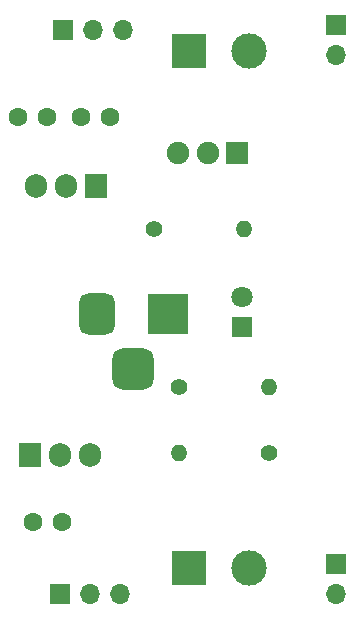
<source format=gts>
%TF.GenerationSoftware,KiCad,Pcbnew,8.0.1*%
%TF.CreationDate,2024-06-29T09:30:56+05:30*%
%TF.ProjectId,BREADBOARD POWER SUPPLY PCB,42524541-4442-44f4-9152-4420504f5745,rev?*%
%TF.SameCoordinates,Original*%
%TF.FileFunction,Soldermask,Top*%
%TF.FilePolarity,Negative*%
%FSLAX46Y46*%
G04 Gerber Fmt 4.6, Leading zero omitted, Abs format (unit mm)*
G04 Created by KiCad (PCBNEW 8.0.1) date 2024-06-29 09:30:56*
%MOMM*%
%LPD*%
G01*
G04 APERTURE LIST*
G04 Aperture macros list*
%AMRoundRect*
0 Rectangle with rounded corners*
0 $1 Rounding radius*
0 $2 $3 $4 $5 $6 $7 $8 $9 X,Y pos of 4 corners*
0 Add a 4 corners polygon primitive as box body*
4,1,4,$2,$3,$4,$5,$6,$7,$8,$9,$2,$3,0*
0 Add four circle primitives for the rounded corners*
1,1,$1+$1,$2,$3*
1,1,$1+$1,$4,$5*
1,1,$1+$1,$6,$7*
1,1,$1+$1,$8,$9*
0 Add four rect primitives between the rounded corners*
20,1,$1+$1,$2,$3,$4,$5,0*
20,1,$1+$1,$4,$5,$6,$7,0*
20,1,$1+$1,$6,$7,$8,$9,0*
20,1,$1+$1,$8,$9,$2,$3,0*%
G04 Aperture macros list end*
%ADD10O,1.905000X2.000000*%
%ADD11R,1.905000X2.000000*%
%ADD12C,1.900000*%
%ADD13R,1.900000X1.900000*%
%ADD14O,1.400000X1.400000*%
%ADD15C,1.400000*%
%ADD16C,3.000000*%
%ADD17R,3.000000X3.000000*%
%ADD18R,3.500000X3.500000*%
%ADD19RoundRect,0.750000X-0.750000X-1.000000X0.750000X-1.000000X0.750000X1.000000X-0.750000X1.000000X0*%
%ADD20RoundRect,0.875000X-0.875000X-0.875000X0.875000X-0.875000X0.875000X0.875000X-0.875000X0.875000X0*%
%ADD21R,1.700000X1.700000*%
%ADD22O,1.700000X1.700000*%
%ADD23C,1.800000*%
%ADD24R,1.800000X1.800000*%
%ADD25C,1.600000*%
G04 APERTURE END LIST*
D10*
%TO.C,U2*%
X116586000Y-102291000D03*
X114046000Y-102291000D03*
D11*
X111506000Y-102291000D03*
%TD*%
%TO.C,U1*%
X117094000Y-79502000D03*
D10*
X114554000Y-79502000D03*
X112014000Y-79502000D03*
%TD*%
D12*
%TO.C,S1*%
X124088000Y-76708000D03*
X126588000Y-76708000D03*
D13*
X129088000Y-76708000D03*
%TD*%
D14*
%TO.C,R3*%
X131808000Y-96520000D03*
D15*
X124188000Y-96520000D03*
%TD*%
D14*
%TO.C,R2*%
X124188000Y-102108000D03*
D15*
X131808000Y-102108000D03*
%TD*%
%TO.C,R1*%
X122000000Y-83175000D03*
D14*
X129620000Y-83175000D03*
%TD*%
D16*
%TO.C,J7*%
X130048000Y-111880000D03*
D17*
X124968000Y-111880000D03*
%TD*%
D18*
%TO.C,J6*%
X123225000Y-90325000D03*
D19*
X117225000Y-90325000D03*
D20*
X120225000Y-95025000D03*
%TD*%
D17*
%TO.C,J5*%
X124968000Y-68072000D03*
D16*
X130048000Y-68072000D03*
%TD*%
D21*
%TO.C,J4*%
X114046000Y-114080000D03*
D22*
X116586000Y-114080000D03*
X119126000Y-114080000D03*
%TD*%
D21*
%TO.C,J3*%
X114315000Y-66294000D03*
D22*
X116855000Y-66294000D03*
X119395000Y-66294000D03*
%TD*%
%TO.C,J2*%
X137410000Y-114070000D03*
D21*
X137410000Y-111530000D03*
%TD*%
D22*
%TO.C,J1*%
X137410000Y-68412000D03*
D21*
X137410000Y-65872000D03*
%TD*%
D23*
%TO.C,D1*%
X129508000Y-88900000D03*
D24*
X129508000Y-91440000D03*
%TD*%
D25*
%TO.C,C3*%
X114280000Y-107950000D03*
X111780000Y-107950000D03*
%TD*%
%TO.C,C2*%
X113010000Y-73660000D03*
X110510000Y-73660000D03*
%TD*%
%TO.C,C1*%
X118344000Y-73660000D03*
X115844000Y-73660000D03*
%TD*%
M02*

</source>
